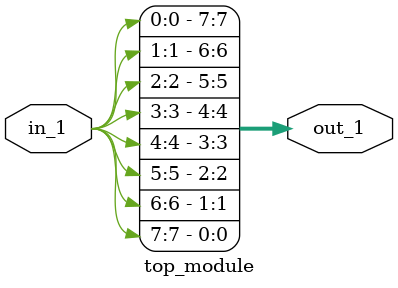
<source format=v>

module top_module(in_1, out_1);

	input [7:0] in_1;
	output [7:0] out_1;

	assign out_1 = {in_1[0], in_1[1], in_1[2], in_1[3], in_1[4], in_1[5], in_1[6], in_1[7]};

endmodule

</source>
